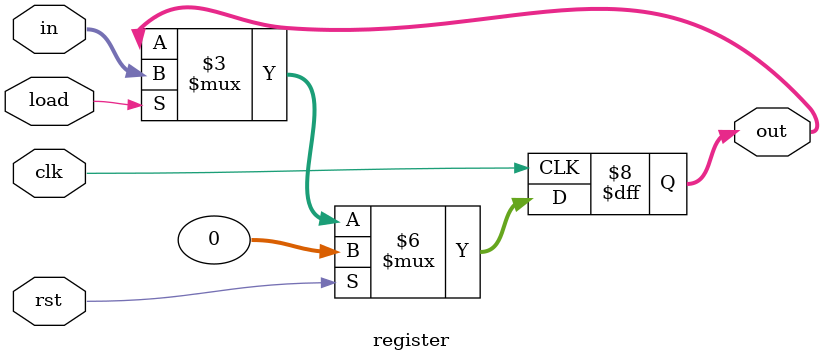
<source format=v>
    `timescale 1ps/1ps

module Mux2to1 #(parameter N=32)(s, a, b, out);
	input s;
	input [N-1:0]a,b;
	output [N-1:0]out;

	assign out = s ? b : a;
endmodule

module Mux4to1 #(parameter N=32)(s, a, b, c, d, out);
		input [1:0]s;
		input [N-1:0]a,b,c,d;
		output reg[N-1:0]out;

	always @(s, a, b, c, d)
	begin
		case (s)
			2'b00 : out = a;
			2'b01 : out = b;
			2'b10 : out = c;
			2'b11 : out = d;
			default : out = 0;
		endcase
	end
endmodule

module SignExtend(in, out);
	input [15:0]in;
	output [31:0]out;

	assign out={{16{in[15]}},in};
endmodule

module RegisterFile(clk, reg_write, reg1, reg2, write_reg, write_data, data1, data2);

	input clk, reg_write;
	input [4:0] reg1, reg2, write_reg;
	input [31:0]write_data;
	output reg [31:0]data1,data2;

	reg [31:0]registers[31:0];

	initial begin
		$readmemb("registers.txt", registers);
		$monitor("registers loaded as: %p", registers);
		registers[0] = 32'd0;
	end

	always @(posedge clk)
		if ((reg_write) & (write_reg != 5'd0)) begin
			registers[write_reg] = write_data;
			$writememb("registers.txt",registers);
		end
	
	always@ (reg1, reg2, registers) begin 
			data1 = registers[reg1];
			data2 = registers[reg2];
	end
	
endmodule

module adder #(parameter N=32)(a, b, w);
	input [N-1:0] a, b;
	output [N-1:0] w;

	assign w = a + b;
endmodule

module instructions_memory #(parameter inst_count = 256)(program_counter, instruction);

	input [31:0] program_counter;
	output reg [31:0] instruction;
	
	reg [7:0] instructions [inst_count-1:0];
	
	initial begin 
		$readmemb("instruction.txt", instructions);
	end
	
	always @ (program_counter) begin
		instruction = {instructions[{program_counter[31:2],2'b00}+2'd3], instructions[{program_counter[31:2],2'b00}+2'd2],
						instructions[{program_counter[31:2],2'b00}+2'd1], instructions[{program_counter[31:2],2'b00}]};
	end

endmodule

module data_memory #(parameter size = 256)(clk, address, write_data, readSig,writeSig, read_data);
	input  [31:0] address,write_data;
	input readSig,writeSig,clk;
	output reg [31:0] read_data;

	reg [7:0] memory [size-1:0];
	initial begin
		$readmemb("data.txt", memory);
	end

	always @(address,readSig,memory) begin
		if(readSig) begin
			read_data = {memory[{address[31:2],2'b00}+2'd3], memory[{address[31:2],2'b00}+2'd2],
						memory[{address[31:2],2'b00}+2'd1], memory[{address[31:2],2'b00}]};
		end
	end

	always @(posedge clk) begin
		if(writeSig) begin
				{memory[{address[31:2],2'b00}+2'd3],memory[{address[31:2],2'b00}+2'd2],
						memory[{address[31:2],2'b00}+2'd1],memory[{address[31:2],2'b00}]} = write_data;
			$writememb("data.txt",memory);
		end
	end
endmodule

module shiftl2 #(parameter  n=26)(in, out);
	input[n-1:0] in;
	output[n+1:0] out;

	assign out={in,2'b00};

endmodule

module Lshifter2 #(parameter  n=32)(in, out);
	input[n-1:0] in;
	output[n-1:0] out;

	assign out={in[n-3:0],2'b00};

endmodule

module register #(parameter n = 32)(clk,load, rst, in, out);
	input load, clk,rst;
	input [n-1:0] in;
	output reg [n-1:0] out;

	always @(posedge clk)
		if(rst)
			out <= {n{1'b0}};
		else if (load)
			out <= in;
		else 
			out <= out;
endmodule

</source>
